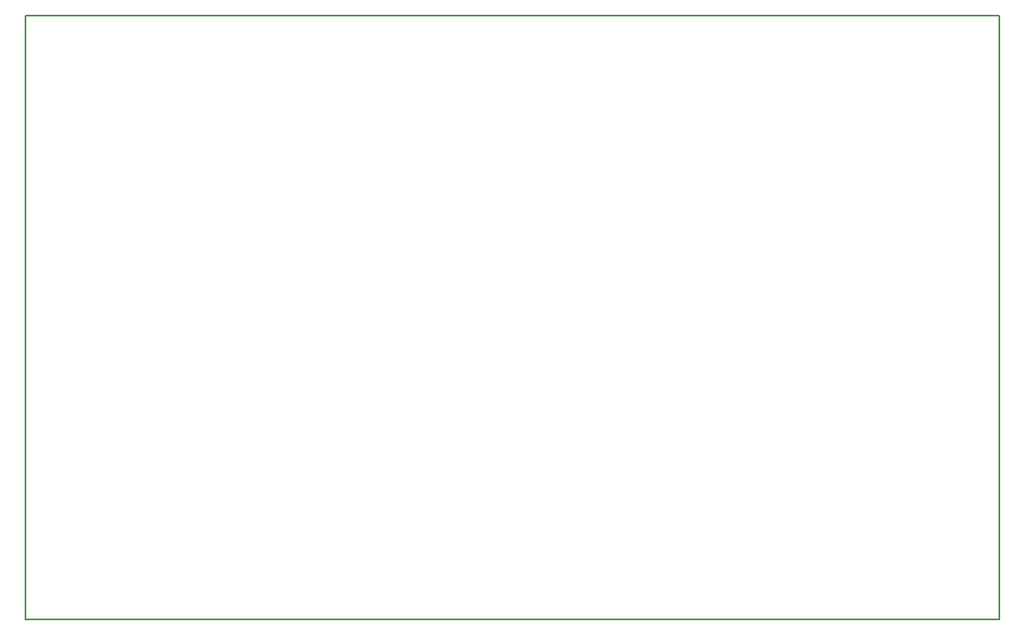
<source format=gbr>
G04 #@! TF.GenerationSoftware,KiCad,Pcbnew,(5.1.6-0-10_14)*
G04 #@! TF.CreationDate,2020-09-03T11:18:50-04:00*
G04 #@! TF.ProjectId,Pufferfish-Interface-2,50756666-6572-4666-9973-682d496e7465,rev?*
G04 #@! TF.SameCoordinates,Original*
G04 #@! TF.FileFunction,Profile,NP*
%FSLAX46Y46*%
G04 Gerber Fmt 4.6, Leading zero omitted, Abs format (unit mm)*
G04 Created by KiCad (PCBNEW (5.1.6-0-10_14)) date 2020-09-03 11:18:50*
%MOMM*%
%LPD*%
G01*
G04 APERTURE LIST*
G04 #@! TA.AperFunction,Profile*
%ADD10C,0.150000*%
G04 #@! TD*
G04 APERTURE END LIST*
D10*
X-20320000Y-57150000D02*
X-20320000Y5080000D01*
X-20320000Y5080000D02*
X80010000Y5080000D01*
X80010000Y-57150000D02*
X80010000Y5080000D01*
X-20320000Y-57150000D02*
X80010000Y-57150000D01*
M02*

</source>
